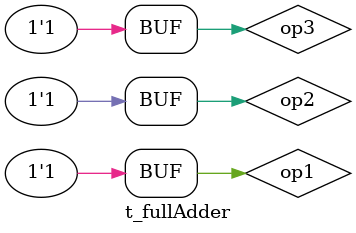
<source format=v>
`timescale 1ns/100ps

module t_fullAdder;

	// outputs 
	wire sum;
	wire carry;
	// inputs 
	reg op2;
	reg op1;
	reg op3;
	// full Adder thread instantiated
	fullAdder inst (sum, carry, op1, op2, op3);
	
	// check for various input combinations
	initial begin
	
		$dumpfile("fullAdder.vcd");
		$dumpvars(0, t_fullAdder);
		
		op1 = 1'b0;
		op2 = 1'b0;
		op3 = 1'b0;
	
		#10
		op1 = 1'b0;
		op2 = 1'b0;
		op3 = 1'b1;	
		
		#10
		op1 = 1'b0;
		op2 = 1'b1;
		op3 = 1'b0;
		
		#10
		op1 = 1'b0;
		op2 = 1'b1;
		op3 = 1'b1;
		
		#10
		op1 = 1'b1;
		op2 = 1'b0;
		op3 = 1'b0;
	
		#10
		op1 = 1'b1;
		op2 = 1'b0;
		op3 = 1'b1;	
		
		#10
		op1 = 1'b1;
		op2 = 1'b1;
		op3 = 1'b0;
		
		#10
		op1 = 1'b1;
		op2 = 1'b1;
		op3 = 1'b1;
		
		#10;
			
	end	
	
	
	// print result
	initial begin
		$monitor("%t: operand1: %b operand2: %b operand3: %b \n\t\t\t carry: %b sum: %b\n", $time, op1, op2, op3, carry, sum);	
	end
	
	
endmodule	

</source>
